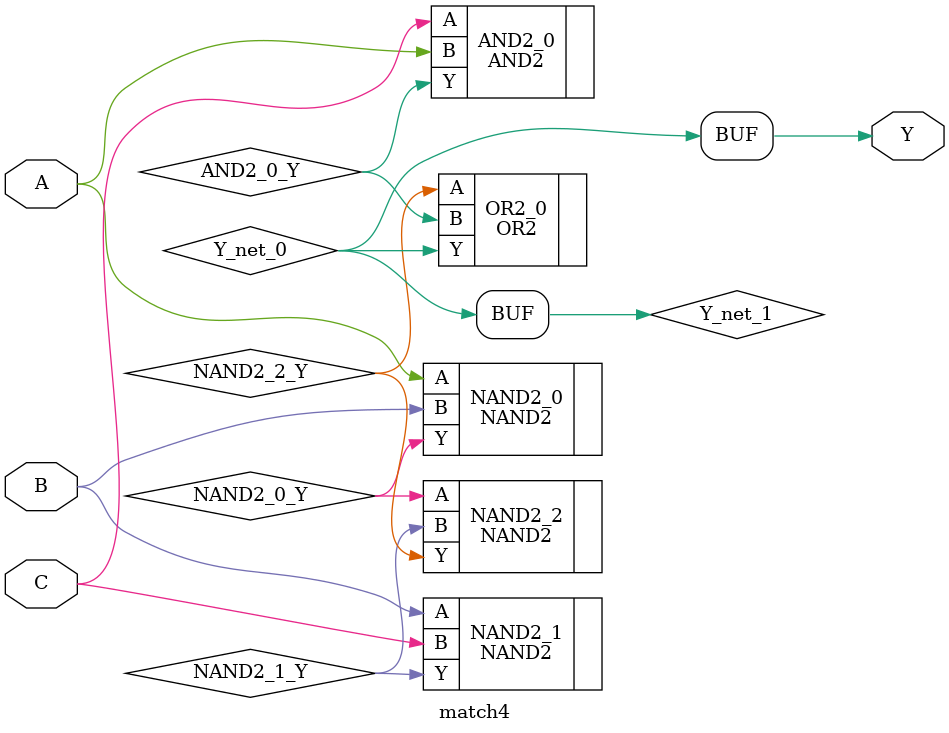
<source format=v>

`timescale 1ns / 100ps

module match4(
    // Inputs
    A,
    B,
    C,
    // Outputs
    Y
);

//--------------------------------------------------------------------
// Input
//--------------------------------------------------------------------
input  A;
input  B;
input  C;
//--------------------------------------------------------------------
// Output
//--------------------------------------------------------------------
output Y;
//--------------------------------------------------------------------
// Nets
//--------------------------------------------------------------------
wire   A;
wire   AND2_0_Y;
wire   B;
wire   C;
wire   NAND2_0_Y;
wire   NAND2_1_Y;
wire   NAND2_2_Y;
wire   Y_net_0;
wire   Y_net_1;
//--------------------------------------------------------------------
// Top level output port assignments
//--------------------------------------------------------------------
assign Y_net_1 = Y_net_0;
assign Y       = Y_net_1;
//--------------------------------------------------------------------
// Component instances
//--------------------------------------------------------------------
//--------AND2
AND2 AND2_0(
        // Inputs
        .A ( C ),
        .B ( A ),
        // Outputs
        .Y ( AND2_0_Y ) 
        );

//--------NAND2
NAND2 NAND2_0(
        // Inputs
        .A ( A ),
        .B ( B ),
        // Outputs
        .Y ( NAND2_0_Y ) 
        );

//--------NAND2
NAND2 NAND2_1(
        // Inputs
        .A ( B ),
        .B ( C ),
        // Outputs
        .Y ( NAND2_1_Y ) 
        );

//--------NAND2
NAND2 NAND2_2(
        // Inputs
        .A ( NAND2_0_Y ),
        .B ( NAND2_1_Y ),
        // Outputs
        .Y ( NAND2_2_Y ) 
        );

//--------OR2
OR2 OR2_0(
        // Inputs
        .A ( NAND2_2_Y ),
        .B ( AND2_0_Y ),
        // Outputs
        .Y ( Y_net_0 ) 
        );


endmodule

</source>
